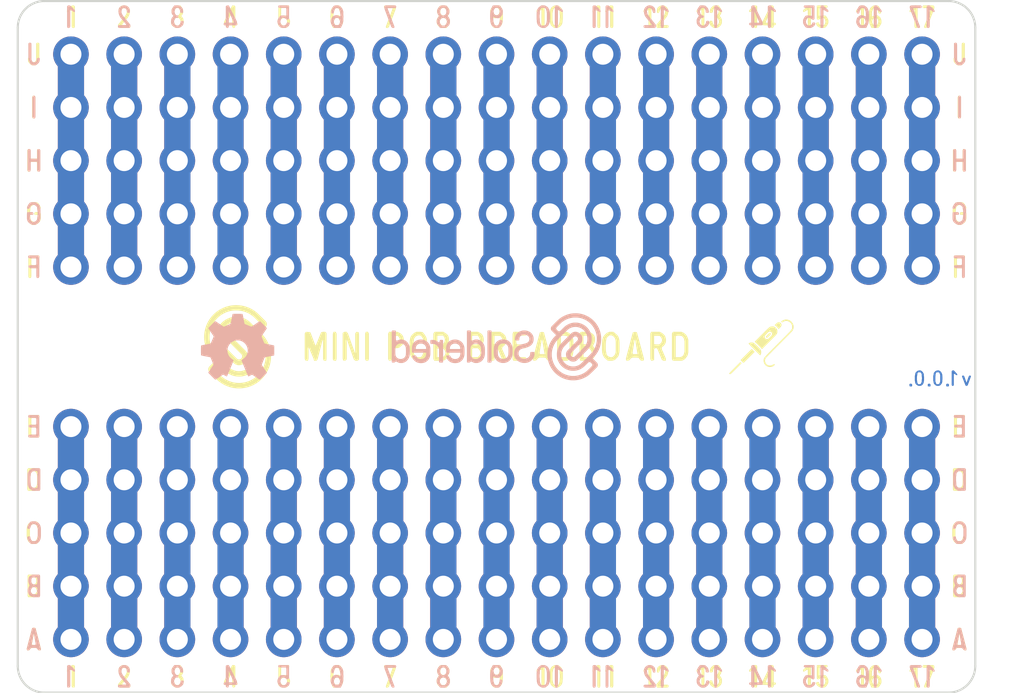
<source format=kicad_pcb>
(kicad_pcb (version 20210126) (generator pcbnew)
  (layers (0 "F.Cu" signal) (31 "B.Cu" signal) (34 "B.Paste" user) (35 "F.Paste" user) (36 "B.SilkS" user "B.Silkscreen") (37 "F.SilkS" user "F.Silkscreen") (38 "B.Mask" user) (39 "F.Mask" user) (44 "Edge.Cuts" user))
  (net 0 "")
  (net 1 "Net-(K1-Pad1)")
  (net 2 "Net-(K2-Pad1)")
  (net 3 "Net-(K3-Pad1)")
  (net 4 "Net-(K4-Pad1)")
  (net 5 "Net-(K5-Pad1)")
  (net 6 "Net-(K6-Pad1)")
  (net 7 "Net-(K7-Pad1)")
  (net 8 "Net-(K8-Pad1)")
  (net 9 "Net-(K9-Pad1)")
  (net 10 "Net-(K10-Pad1)")
  (net 11 "Net-(K11-Pad1)")
  (net 12 "Net-(K12-Pad1)")
  (net 13 "Net-(K13-Pad1)")
  (net 14 "Net-(K14-Pad1)")
  (net 15 "Net-(K15-Pad1)")
  (net 16 "Net-(K16-Pad1)")
  (net 17 "Net-(K17-Pad1)")
  (net 18 "Net-(K18-Pad1)")
  (net 19 "Net-(K19-Pad1)")
  (net 20 "Net-(K20-Pad1)")
  (net 21 "Net-(K21-Pad1)")
  (net 22 "Net-(K22-Pad1)")
  (net 23 "Net-(K23-Pad1)")
  (net 24 "Net-(K24-Pad1)")
  (net 25 "Net-(K25-Pad1)")
  (net 26 "Net-(K26-Pad1)")
  (net 27 "Net-(K27-Pad1)")
  (net 28 "Net-(K28-Pad1)")
  (net 29 "Net-(K29-Pad1)")
  (net 30 "Net-(K30-Pad1)")
  (net 31 "Net-(K31-Pad1)")
  (net 32 "Net-(K32-Pad1)")
  (net 33 "Net-(K33-Pad1)")
  (net 34 "Net-(K34-Pad1)")
  (footprint "buzzardLabel" (layer "F.Cu") (at 80.762 114.92)
    (fp_text reference "")
    (fp_text value "")
  )
  (footprint "buzzardLabel" (layer "F.Cu") (at 97.78 119.238)
    (fp_text reference "")
    (fp_text value "")
  )
  (footprint "e-radionica.com footprinti:HEADER_MALE_5X1" (layer "F.Cu") (at 113.02 112.38 90)
    (fp_text reference "K13")
    (fp_text value "HEADER_MALE_5X1")
  )
  (footprint "buzzardLabel" (layer "F.Cu") (at 87.62 87.742)
    (fp_text reference "")
    (fp_text value "")
  )
  (footprint "e-radionica.com footprinti:HOLE_3.2mm" (layer "F.Cu") (at 84.36 103.5)
    (fp_text reference "H1" hide)
    (fp_text value "HOLE_3.2mm" hide)
  )
  (footprint "buzzardLabel" (layer "F.Cu") (at 115.56 119.238)
    (fp_text reference "")
    (fp_text value "")
  )
  (footprint "buzzardLabel" (layer "F.Cu") (at 80.762 94.6)
    (fp_text reference "")
    (fp_text value "")
  )
  (footprint "buzzardLabel" (layer "F.Cu") (at 115.56 87.742)
    (fp_text reference "")
    (fp_text value "")
  )
  (footprint "e-radionica.com footprinti:HEADER_MALE_5X1" (layer "F.Cu") (at 82.54 94.6 90)
    (fp_text reference "K18")
    (fp_text value "HEADER_MALE_5X1")
  )
  (footprint "buzzardLabel" (layer "F.Cu") (at 113.02 87.742)
    (fp_text reference "")
    (fp_text value "")
  )
  (footprint "buzzardLabel" (layer "F.Cu") (at 80.762 109.84)
    (fp_text reference "")
    (fp_text value "")
  )
  (footprint "e-radionica.com footprinti:HOLE_3.2mm" (layer "F.Cu") (at 121.36 103.5)
    (fp_text reference "H2" hide)
    (fp_text value "HOLE_3.2mm" hide)
  )
  (footprint "buzzardLabel" (layer "F.Cu") (at 95.24 87.742)
    (fp_text reference "")
    (fp_text value "")
  )
  (footprint "e-radionica.com footprinti:HEADER_MALE_5X1" (layer "F.Cu") (at 87.62 112.38 90)
    (fp_text reference "K3")
    (fp_text value "HEADER_MALE_5X1")
  )
  (footprint "e-radionica.com footprinti:HEADER_MALE_5X1" (layer "F.Cu") (at 95.24 112.38 90)
    (fp_text reference "K6")
    (fp_text value "HEADER_MALE_5X1")
  )
  (footprint "buzzardLabel" (layer "F.Cu") (at 120.64 119.238)
    (fp_text reference "")
    (fp_text value "")
  )
  (footprint "buzzardLabel" (layer "F.Cu") (at 102.86 103.49)
    (fp_text reference "")
    (fp_text value "")
  )
  (footprint "e-radionica.com footprinti:HEADER_MALE_5X1" (layer "F.Cu") (at 107.94 94.6 90)
    (fp_text reference "K28")
    (fp_text value "HEADER_MALE_5X1")
  )
  (footprint "buzzardLabel" (layer "F.Cu") (at 102.86 119.238)
    (fp_text reference "")
    (fp_text value "")
  )
  (footprint "buzzardLabel" (layer "F.Cu") (at 113.02 119.238)
    (fp_text reference "")
    (fp_text value "")
  )
  (footprint "buzzardLabel" (layer "F.Cu") (at 85.08 119.238)
    (fp_text reference "")
    (fp_text value "")
  )
  (footprint "buzzardLabel" (layer "F.Cu") (at 124.958 107.3)
    (fp_text reference "")
    (fp_text value "")
  )
  (footprint "buzzardLabel" (layer "F.Cu") (at 100.32 87.742)
    (fp_text reference "")
    (fp_text value "")
  )
  (footprint "e-radionica.com footprinti:HEADER_MALE_5X1" (layer "F.Cu") (at 113.02 94.6 90)
    (fp_text reference "K30")
    (fp_text value "HEADER_MALE_5X1")
  )
  (footprint "buzzardLabel" (layer "F.Cu") (at 124.958 114.92)
    (fp_text reference "")
    (fp_text value "")
  )
  (footprint "buzzardLabel" (layer "F.Cu") (at 124.958 92.06)
    (fp_text reference "")
    (fp_text value "")
  )
  (footprint "e-radionica.com footprinti:HEADER_MALE_5X1" (layer "F.Cu") (at 120.64 94.6 90)
    (fp_text reference "K33")
    (fp_text value "HEADER_MALE_5X1")
  )
  (footprint "e-radionica.com footprinti:HEADER_MALE_5X1" (layer "F.Cu") (at 102.86 94.6 90)
    (fp_text reference "K26")
    (fp_text value "HEADER_MALE_5X1")
  )
  (footprint "buzzardLabel" (layer "F.Cu") (at 97.78 87.742)
    (fp_text reference "")
    (fp_text value "")
  )
  (footprint "buzzardLabel" (layer "F.Cu") (at 102.86 87.742)
    (fp_text reference "")
    (fp_text value "")
  )
  (footprint "buzzardLabel" (layer "F.Cu") (at 110.48 119.238)
    (fp_text reference "")
    (fp_text value "")
  )
  (footprint "buzzardLabel" (layer "F.Cu") (at 95.24 119.238)
    (fp_text reference "")
    (fp_text value "")
  )
  (footprint "e-radionica.com footprinti:HEADER_MALE_5X1" (layer "F.Cu") (at 100.32 94.6 90)
    (fp_text reference "K25")
    (fp_text value "HEADER_MALE_5X1")
  )
  (footprint "e-radionica.com footprinti:HEADER_MALE_5X1" (layer "F.Cu") (at 123.18 94.6 90)
    (fp_text reference "K34")
    (fp_text value "HEADER_MALE_5X1")
  )
  (footprint "e-radionica.com footprinti:HEADER_MALE_5X1" (layer "F.Cu") (at 92.7 112.38 90)
    (fp_text reference "K5")
    (fp_text value "HEADER_MALE_5X1")
  )
  (footprint "Soldered Graphics:Logo-Back-SolderedFULL-10mm" (layer "F.Cu") (at 102.86 103.49)
    (fp_text reference "G***" hide)
    (fp_text value "LOGO" hide)
  )
  (footprint "buzzardLabel" (layer "F.Cu") (at 90.16 87.742)
    (fp_text reference "")
    (fp_text value "")
  )
  (footprint "buzzardLabel" (layer "F.Cu") (at 92.7 119.238)
    (fp_text reference "")
    (fp_text value "")
  )
  (footprint "e-radionica.com footprinti:HEADER_MALE_5X1" (layer "F.Cu") (at 85.08 94.6 90)
    (fp_text reference "K19")
    (fp_text value "HEADER_MALE_5X1")
  )
  (footprint "buzzardLabel" (layer "F.Cu") (at 118.1 87.742)
    (fp_text reference "")
    (fp_text value "")
  )
  (footprint "buzzardLabel" (layer "F.Cu") (at 80.762 107.3)
    (fp_text reference "")
    (fp_text value "")
  )
  (footprint "Soldered Graphics:Symbol-Front-Soldering" (layer "F.Cu") (at 115.5 103.49)
    (fp_text reference "G***" hide)
    (fp_text value "LOGO" hide)
  )
  (footprint "e-radionica.com footprinti:HEADER_MALE_5X1" (layer "F.Cu") (at 90.16 112.38 90)
    (fp_text reference "K4")
    (fp_text value "HEADER_MALE_5X1")
  )
  (footprint "e-radionica.com footprinti:HEADER_MALE_5X1" (layer "F.Cu") (at 110.48 94.6 90)
    (fp_text reference "K29")
    (fp_text value "HEADER_MALE_5X1")
  )
  (footprint "buzzardLabel" (layer "F.Cu") (at 124.958 89.52)
    (fp_text reference "")
    (fp_text value "")
  )
  (footprint "e-radionica.com footprinti:HEADER_MALE_5X1" (layer "F.Cu") (at 105.4 112.38 90)
    (fp_text reference "K10")
    (fp_text value "HEADER_MALE_5X1")
  )
  (footprint "buzzardLabel" (layer "F.Cu") (at 80.762 89.52)
    (fp_text reference "")
    (fp_text value "")
  )
  (footprint "buzzardLabel" (layer "F.Cu") (at 124.958 112.38)
    (fp_text reference "")
    (fp_text value "")
  )
  (footprint "e-radionica.com footprinti:HEADER_MALE_5X1" (layer "F.Cu") (at 105.4 94.6 90)
    (fp_text reference "K27")
    (fp_text value "HEADER_MALE_5X1")
  )
  (footprint "e-radionica.com footprinti:HEADER_MALE_5X1" (layer "F.Cu") (at 115.56 94.6 90)
    (fp_text reference "K31")
    (fp_text value "HEADER_MALE_5X1")
  )
  (footprint "buzzardLabel" (layer "F.Cu") (at 90.16 119.238)
    (fp_text reference "")
    (fp_text value "")
  )
  (footprint "buzzardLabel" (layer "F.Cu") (at 82.54 119.238)
    (fp_text reference "")
    (fp_text value "")
  )
  (footprint "buzzardLabel" (layer "F.Cu") (at 107.94 87.742)
    (fp_text reference "")
    (fp_text value "")
  )
  (footprint "Soldered Graphics:Logo-Front-Soldered-4mm" (layer "F.Cu") (at 90.5 103.49)
    (fp_text reference "G***" hide)
    (fp_text value "LOGO" hide)
  )
  (footprint "e-radionica.com footprinti:HEADER_MALE_5X1" (layer "F.Cu") (at 120.64 112.38 90)
    (fp_text reference "K16")
    (fp_text value "HEADER_MALE_5X1")
  )
  (footprint "e-radionica.com footprinti:HEADER_MALE_5X1" (layer "F.Cu") (at 97.78 112.38 90)
    (fp_text reference "K7")
    (fp_text value "HEADER_MALE_5X1")
  )
  (footprint "e-radionica.com footprinti:HEADER_MALE_5X1" (layer "F.Cu") (at 95.24 94.6 90)
    (fp_text reference "K23")
    (fp_text value "HEADER_MALE_5X1")
  )
  (footprint "e-radionica.com footprinti:HEADER_MALE_5X1" (layer "F.Cu") (at 115.56 112.38 90)
    (fp_text reference "K14")
    (fp_text value "HEADER_MALE_5X1")
  )
  (footprint "e-radionica.com footprinti:HEADER_MALE_5X1" (layer "F.Cu") (at 123.18 112.38 90)
    (fp_text reference "K17")
    (fp_text value "HEADER_MALE_5X1")
  )
  (footprint "e-radionica.com footprinti:HEADER_MALE_5X1" (layer "F.Cu") (at 110.48 112.38 90)
    (fp_text reference "K12")
    (fp_text value "HEADER_MALE_5X1")
  )
  (footprint "buzzardLabel" (layer "F.Cu") (at 87.62 119.238)
    (fp_text reference "")
    (fp_text value "")
  )
  (footprint "buzzardLabel" (layer "F.Cu") (at 123.18 119.238)
    (fp_text reference "")
    (fp_text value "")
  )
  (footprint "e-radionica.com footprinti:HEADER_MALE_5X1" (layer "F.Cu") (at 97.78 94.6 90)
    (fp_text reference "K24")
    (fp_text value "HEADER_MALE_5X1")
  )
  (footprint "e-radionica.com footprinti:HEADER_MALE_5X1" (layer "F.Cu") (at 85.08 112.38 90)
    (fp_text reference "K2")
    (fp_text value "HEADER_MALE_5X1")
  )
  (footprint "Soldered Graphics:Logo-Back-OSH-3.5mm" (layer "F.Cu") (at 90.5 103.49)
    (fp_text reference "G***" hide)
    (fp_text value "LOGO" hide)
  )
  (footprint "buzzardLabel" (layer "F.Cu") (at 100.32 119.238)
    (fp_text reference "")
    (fp_text value "")
  )
  (footprint "buzzardLabel" (layer "F.Cu") (at 85.08 87.742)
    (fp_text reference "")
    (fp_text value "")
  )
  (footprint "buzzardLabel" (layer "F.Cu") (at 124.958 109.84)
    (fp_text reference "")
    (fp_text value "")
  )
  (footprint "e-radionica.com footprinti:HEADER_MALE_5X1" (layer "F.Cu") (at 107.94 112.38 90)
    (fp_text reference "K11")
    (fp_text value "HEADER_MALE_5X1")
  )
  (footprint "e-radionica.com footprinti:HEADER_MALE_5X1" (layer "F.Cu") (at 118.1 112.38 90)
    (fp_text reference "K15")
    (fp_text value "HEADER_MALE_5X1")
  )
  (footprint "e-radionica.com footprinti:HEADER_MALE_5X1" (layer "F.Cu") (at 118.1 94.6 90)
    (fp_text reference "K32")
    (fp_text value "HEADER_MALE_5X1")
  )
  (footprint "buzzardLabel" (layer "F.Cu") (at 80.762 99.68)
    (fp_text reference "")
    (fp_text value "")
  )
  (footprint "buzzardLabel" (layer "F.Cu") (at 82.54 87.742)
    (fp_text reference "")
    (fp_text value "")
  )
  (footprint "buzzardLabel" (layer "F.Cu") (at 92.7 87.742)
    (fp_text reference "")
    (fp_text value "")
  )
  (footprint "buzzardLabel" (layer "F.Cu") (at 124.958 117.46)
    (fp_text reference "")
    (fp_text value "")
  )
  (footprint "buzzardLabel" (layer "F.Cu") (at 124.958 94.6)
    (fp_text reference "")
    (fp_text value "")
  )
  (footprint "buzzardLabel" (layer "F.Cu") (at 105.4 87.742)
    (fp_text reference "")
    (fp_text value "")
  )
  (footprint "buzzardLabel" (layer "F.Cu") (at 80.762 117.46)
    (fp_text reference "")
    (fp_text value "")
  )
  (footprint "buzzardLabel" (layer "F.Cu") (at 124.958 97.14)
    (fp_text reference "")
    (fp_text value "")
  )
  (footprint "e-radionica.com footprinti:HEADER_MALE_5X1" (layer "F.Cu") (at 82.54 112.38 90)
    (fp_text reference "K1")
    (fp_text value "HEADER_MALE_5X1")
  )
  (footprint "e-radionica.com footprinti:HEADER_MALE_5X1" (layer "F.Cu") (at 90.16 94.6 90)
    (fp_text reference "K21")
    (fp_text value "HEADER_MALE_5X1")
  )
  (footprint "buzzardLabel" (layer "F.Cu") (at 107.94 119.238)
    (fp_text reference "")
    (fp_text value "")
  )
  (footprint "e-radionica.com footprinti:HEADER_MALE_5X1" (layer "F.Cu") (at 92.7 94.6 90)
    (fp_text reference "K22")
    (fp_text value "HEADER_MALE_5X1")
  )
  (footprint "buzzardLabel" (layer "F.Cu") (at 124.958 99.68)
    (fp_text reference "")
    (fp_text value "")
  )
  (footprint "buzzardLabel" (layer "F.Cu") (at 118.1 119.238)
    (fp_text reference "")
    (fp_text value "")
  )
  (footprint "buzzardLabel" (layer "F.Cu") (at 80.762 97.14)
    (fp_text reference "")
    (fp_text value "")
  )
  (footprint "e-radionica.com footprinti:HEADER_MALE_5X1" (layer "F.Cu") (at 87.62 94.6 90)
    (fp_text reference "K20")
    (fp_text value "HEADER_MALE_5X1")
  )
  (footprint "e-radionica.com footprinti:HEADER_MALE_5X1" (layer "F.Cu") (at 102.86 112.38 90)
    (fp_text reference "K9")
    (fp_text value "HEADER_MALE_5X1")
  )
  (footprint "buzzardLabel" (layer "F.Cu") (at 105.4 119.238)
    (fp_text reference "")
    (fp_text value "")
  )
  (footprint "buzzardLabel" (layer "F.Cu") (at 120.64 87.742)
    (fp_text reference "")
    (fp_text value "")
  )
  (footprint "buzzardLabel" (layer "F.Cu") (at 80.762 92.06)
    (fp_text reference "")
    (fp_text value "")
  )
  (footprint "buzzardLabel" (layer "F.Cu") (at 123.18 87.742)
    (fp_text reference "")
    (fp_text value "")
  )
  (footprint "e-radionica.com footprinti:HEADER_MALE_5X1" (layer "F.Cu") (at 100.32 112.38 90)
    (fp_text reference "K8")
    (fp_text value "HEADER_MALE_5X1")
  )
  (footprint "buzzardLabel" (layer "F.Cu") (at 80.762 112.38)
    (fp_text reference "")
    (fp_text value "")
  )
  (footprint "buzzardLabel" (layer "F.Cu") (at 110.48 87.742)
    (fp_text reference "")
    (fp_text value "")
  )
  (footprint "buzzardLabel" (layer "B.Cu") (at 115.56 119.238 180)
    (fp_text reference "")
    (fp_text value "")
  )
  (footprint "buzzardLabel" (layer "B.Cu") (at 87.62 119.238 180)
    (fp_text reference "")
    (fp_text value "")
  )
  (footprint "buzzardLabel" (layer "B.Cu") (at 95.24 119.238 180)
    (fp_text reference "")
    (fp_text value "")
  )
  (footprint "buzzardLabel" (layer "B.Cu") (at 113.02 87.742 180)
    (fp_text reference "")
    (fp_text value "")
  )
  (footprint "buzzardLabel" (layer "B.Cu") (at 107.94 119.238 180)
    (fp_text reference "")
    (fp_text value "")
  )
  (footprint "buzzardLabel" (layer "B.Cu") (at 105.4 119.238 180)
    (fp_text reference "")
    (fp_text value "")
  )
  (footprint "buzzardLabel" (layer "B.Cu") (at 124.968 89.52 180)
    (fp_text reference "")
    (fp_text value "")
  )
  (footprint "buzzardLabel" (layer "B.Cu") (at 107.94 87.742 180)
    (fp_text reference "")
    (fp_text value "")
  )
  (footprint "buzzardLabel" (layer "B.Cu") (at 80.772 109.84 180)
    (fp_text reference "")
    (fp_text value "")
  )
  (footprint "buzzardLabel" (layer "B.Cu") (at 115.56 87.742 180)
    (fp_text reference "")
    (fp_text value "")
  )
  (footprint "buzzardLabel" (layer "B.Cu") (at 82.54 119.238 180)
    (fp_text reference "")
    (fp_text value "")
  )
  (footprint "buzzardLabel" (layer "B.Cu") (at 82.54 87.742 180)
    (fp_text reference "")
    (fp_text value "")
  )
  (footprint "buzzardLabel" (layer "B.Cu") (at 124.968 109.84 180)
    (fp_text reference "")
    (fp_text value "")
  )
  (footprint "buzzardLabel" (layer "B.Cu") (at 110.48 87.742 180)
    (fp_text reference "")
    (fp_text value "")
  )
  (footprint "buzzardLabel" (layer "B.Cu") (at 80.772 94.6 180)
    (fp_text reference "")
    (fp_text value "")
  )
  (footprint "buzzardLabel" (layer "B.Cu") (at 80.772 97.14 180)
    (fp_text reference "")
    (fp_text value "")
  )
  (footprint "buzzardLabel" (layer "B.Cu") (at 80.772 89.52 180)
    (fp_text reference "")
    (fp_text value "")
  )
  (footprint "buzzardLabel" (layer "B.Cu") (at 80.772 112.38 180)
    (fp_text reference "")
    (fp_text value "")
  )
  (footprint "buzzardLabel" (layer "B.Cu") (at 102.86 87.742 180)
    (fp_text reference "")
    (fp_text value "")
  )
  (footprint "buzzardLabel" (layer "B.Cu") (at 80.772 107.3 180)
    (fp_text reference "")
    (fp_text value "")
  )
  (footprint "buzzardLabel" (layer "B.Cu") (at 100.32 87.742 180)
    (fp_text reference "")
    (fp_text value "")
  )
  (footprint "buzzardLabel" (layer "B.Cu") (at 85.08 119.238 180)
    (fp_text reference "")
    (fp_text value "")
  )
  (footprint "buzzardLabel" (layer "B.Cu") (at 120.64 87.742 180)
    (fp_text reference "")
    (fp_text value "")
  )
  (footprint "buzzardLabel" (layer "B.Cu") (at 123.18 119.238 180)
    (fp_text reference "")
    (fp_text value "")
  )
  (footprint "buzzardLabel" (layer "B.Cu") (at 110.48 119.238 180)
    (fp_text reference "")
    (fp_text value "")
  )
  (footprint "Soldered Graphics:Version1.0.0." (layer "B.Cu") (at 124 105 180)
    (fp_text reference "")
    (fp_text value "")
  )
  (footprint "buzzardLabel" (layer "B.Cu") (at 80.772 92.06 180)
    (fp_text reference "")
    (fp_text value "")
  )
  (footprint "buzzardLabel" (layer "B.Cu") (at 118.1 87.742 180)
    (fp_text reference "")
    (fp_text value "")
  )
  (footprint "buzzardLabel" (layer "B.Cu") (at 123.18 87.742 180)
    (fp_text reference "")
    (fp_text value "")
  )
  (footprint "buzzardLabel" (layer "B.Cu") (at 102.86 119.238 180)
    (fp_text reference "")
    (fp_text value "")
  )
  (footprint "buzzardLabel" (layer "B.Cu") (at 105.4 87.742 180)
    (fp_text reference "")
    (fp_text value "")
  )
  (footprint "buzzardLabel" (layer "B.Cu") (at 124.968 92.06 180)
    (fp_text reference "")
    (fp_text value "")
  )
  (footprint "buzzardLabel" (layer "B.Cu") (at 80.772 99.68 180)
    (fp_text reference "")
    (fp_text value "")
  )
  (footprint "buzzardLabel" (layer "B.Cu") (at 118.1 119.238 180)
    (fp_text reference "")
    (fp_text value "")
  )
  (footprint "buzzardLabel" (layer "B.Cu") (at 97.78 119.238 180)
    (fp_text reference "")
    (fp_text value "")
  )
  (footprint "buzzardLabel" (layer "B.Cu") (at 124.968 94.6 180)
    (fp_text reference "")
    (fp_text value "")
  )
  (footprint "buzzardLabel" (layer "B.Cu") (at 124.968 112.38 180)
    (fp_text reference "")
    (fp_text value "")
  )
  (footprint "buzzardLabel" (layer "B.Cu") (at 92.7 87.742 180)
    (fp_text reference "")
    (fp_text value "")
  )
  (footprint "buzzardLabel" (layer "B.Cu") (at 95.24 87.742 180)
    (fp_text reference "")
    (fp_text value "")
  )
  (footprint "buzzardLabel" (layer "B.Cu") (at 97.78 87.742 180)
    (fp_text reference "")
    (fp_text value "")
  )
  (footprint "buzzardLabel" (layer "B.Cu") (at 90.16 119.238 180)
    (fp_text reference "")
    (fp_text value "")
  )
  (footprint "buzzardLabel" (layer "B.Cu") (at 100.32 119.238 180)
    (fp_text reference "")
    (fp_text value "")
  )
  (footprint "buzzardLabel" (layer "B.Cu") (at 120.64 119.238 180)
    (fp_text reference "")
    (fp_text value "")
  )
  (footprint "buzzardLabel" (layer "B.Cu") (at 124.968 99.68 180)
    (fp_text reference "")
    (fp_text value "")
  )
  (footprint "buzzardLabel" (layer "B.Cu") (at 92.7 119.238 180)
    (fp_text reference "")
    (fp_text value "")
  )
  (footprint "buzzardLabel" (layer "B.Cu") (at 124.968 107.3 180)
    (fp_text reference "")
    (fp_text value "")
  )
  (footprint "buzzardLabel" (layer "B.Cu") (at 124.968 114.92 180)
    (fp_text reference "")
    (fp_text value "")
  )
  (footprint "buzzardLabel" (layer "B.Cu") (at 124.968 117.46 180)
    (fp_text reference "")
    (fp_text value "")
  )
  (footprint "buzzardLabel" (layer "B.Cu") (at 113.02 119.238 180)
    (fp_text reference "")
    (fp_text value "")
  )
  (footprint "buzzardLabel" (layer "B.Cu") (at 80.772 114.92 180)
    (fp_text reference "")
    (fp_text value "")
  )
  (footprint "buzzardLabel" (layer "B.Cu") (at 80.772 117.46 180)
    (fp_text reference "")
    (fp_text value "")
  )
  (footprint "buzzardLabel" (layer "B.Cu") (at 87.62 87.742 180)
    (fp_text reference "")
    (fp_text value "")
  )
  (footprint "buzzardLabel" (layer "B.Cu") (at 124.968 97.14 180)
    (fp_text reference "")
    (fp_text value "")
  )
  (footprint "buzzardLabel" (layer "B.Cu") (at 90.16 87.742 180)
    (fp_text reference "")
    (fp_text value "")
  )
  (footprint "buzzardLabel" (layer "B.Cu") (at 85.08 87.742 180)
    (fp_text reference "")
    (fp_text value "")
  )
  (gr_line (start 124.45 86.98) (end 81.27 86.98) (layer "Edge.Cuts") (width 0.1))
  (gr_arc (start 124.45 88.25) (end 125.72 88.25) (angle -90) (layer "Edge.Cuts") (width 0.1))
  (gr_arc (start 124.45 118.73) (end 124.45 120) (angle -90) (layer "Edge.Cuts") (width 0.1))
  (gr_line (start 125.72 118.73) (end 125.72 88.25) (layer "Edge.Cuts") (width 0.1))
  (gr_arc (start 81.27 88.25) (end 81.27 86.98) (angle -90) (layer "Edge.Cuts") (width 0.1))
  (gr_line (start 124.45 120) (end 81.27 120) (layer "Edge.Cuts") (width 0.1))
  (gr_arc (start 81.27 118.73) (end 80 118.73) (angle -90) (layer "Edge.Cuts") (width 0.1))
  (gr_line (start 80 118.73) (end 80 88.25) (layer "Edge.Cuts") (width 0.1))
  (segment (start 82.54 107.3) (end 82.54 109.84) (width 1.25) (layer "F.Cu") (net 1))
  (segment (start 82.54 117.46) (end 82.54 109.84) (width 1.25) (layer "F.Cu") (net 1))
  (segment (start 82.54 117.46) (end 82.54 107.3) (width 1.25) (layer "B.Cu") (net 1))
  (segment (start 85.08 107.3) (end 85.08 117.46) (width 1.25) (layer "F.Cu") (net 2))
  (segment (start 85.08 107.3) (end 85.08 117.46) (width 1.25) (layer "B.Cu") (net 2))
  (segment (start 87.62 107.3) (end 87.62 117.46) (width 1.25) (layer "F.Cu") (net 3))
  (segment (start 87.62 107.3) (end 87.62 117.46) (width 1.25) (layer "B.Cu") (net 3))
  (segment (start 90.16 107.3) (end 90.16 117.46) (width 1.25) (layer "F.Cu") (net 4))
  (segment (start 90.16 107.3) (end 90.16 117.46) (width 1.25) (layer "B.Cu") (net 4))
  (segment (start 92.7 107.3) (end 92.7 117.46) (width 1.25) (layer "F.Cu") (net 5))
  (segment (start 92.7 107.3) (end 92.7 117.46) (width 1.25) (layer "B.Cu") (net 5))
  (segment (start 95.24 107.3) (end 95.24 117.46) (width 1.25) (layer "F.Cu") (net 6))
  (segment (start 95.24 107.3) (end 95.24 117.46) (width 1.25) (layer "B.Cu") (net 6))
  (segment (start 97.78 107.3) (end 97.78 117.46) (width 1.25) (layer "F.Cu") (net 7))
  (segment (start 97.78 107.3) (end 97.78 117.46) (width 1.25) (layer "B.Cu") (net 7))
  (segment (start 100.32 117.46) (end 100.32 107.3) (width 1.25) (layer "F.Cu") (net 8))
  (segment (start 100.32 107.3) (end 100.32 117.46) (width 1.25) (layer "B.Cu") (net 8))
  (segment (start 102.86 107.3) (end 102.86 117.46) (width 1.25) (layer "F.Cu") (net 9))
  (segment (start 102.86 107.3) (end 102.86 117.46) (width 1.25) (layer "B.Cu") (net 9))
  (segment (start 105.4 117.46) (end 105.4 107.3) (width 1.25) (layer "F.Cu") (net 10))
  (segment (start 105.4 107.3) (end 105.4 117.46) (width 1.25) (layer "B.Cu") (net 10))
  (segment (start 107.94 107.3) (end 107.94 117.46) (width 1.25) (layer "F.Cu") (net 11))
  (segment (start 107.94 107.3) (end 107.94 117.46) (width 1.25) (layer "B.Cu") (net 11))
  (segment (start 110.48 117.46) (end 110.48 107.3) (width 1.25) (layer "F.Cu") (net 12))
  (segment (start 110.48 107.3) (end 110.48 117.46) (width 1.25) (layer "B.Cu") (net 12))
  (segment (start 113.02 107.3) (end 113.02 117.46) (width 1.25) (layer "F.Cu") (net 13))
  (segment (start 113.02 107.3) (end 113.02 117.46) (width 1.25) (layer "B.Cu") (net 13))
  (segment (start 115.56 117.46) (end 115.56 107.3) (width 1.25) (layer "F.Cu") (net 14))
  (segment (start 115.56 107.3) (end 115.56 117.46) (width 1.25) (layer "B.Cu") (net 14))
  (segment (start 118.1 107.3) (end 118.1 117.46) (width 1.25) (layer "F.Cu") (net 15))
  (segment (start 118.1 107.3) (end 118.1 117.46) (width 1.25) (layer "B.Cu") (net 15))
  (segment (start 120.64 117.46) (end 120.64 107.3) (width 1.25) (layer "F.Cu") (net 16))
  (segment (start 120.64 107.3) (end 120.64 117.46) (width 1.25) (layer "B.Cu") (net 16))
  (segment (start 123.18 107.3) (end 123.18 117.46) (width 1.25) (layer "F.Cu") (net 17))
  (segment (start 123.18 107.3) (end 123.18 117.46) (width 1.25) (layer "B.Cu") (net 17))
  (segment (start 82.54 89.52) (end 82.54 99.68) (width 1.25) (layer "F.Cu") (net 18))
  (segment (start 82.54 99.68) (end 82.54 89.52) (width 1.25) (layer "B.Cu") (net 18))
  (segment (start 85.08 99.68) (end 85.08 89.52) (width 1.25) (layer "F.Cu") (net 19))
  (segment (start 85.08 89.52) (end 85.08 99.68) (width 1.25) (layer "B.Cu") (net 19))
  (segment (start 87.62 89.52) (end 87.62 99.68) (width 1.25) (layer "F.Cu") (net 20))
  (segment (start 87.62 89.52) (end 87.62 99.68) (width 1.25) (layer "B.Cu") (net 20))
  (segment (start 90.16 99.68) (end 90.16 89.52) (width 1.25) (layer "F.Cu") (net 21))
  (segment (start 90.16 89.52) (end 90.16 99.68) (width 1.25) (layer "B.Cu") (net 21))
  (segment (start 92.7 99.68) (end 92.7 89.52) (width 1.25) (layer "F.Cu") (net 22))
  (segment (start 92.7 89.52) (end 92.7 99.68) (width 1.25) (layer "B.Cu") (net 22))
  (segment (start 95.24 89.52) (end 95.24 99.68) (width 1.25) (layer "F.Cu") (net 23))
  (segment (start 95.24 89.52) (end 95.24 99.68) (width 1.25) (layer "B.Cu") (net 23))
  (segment (start 97.78 99.68) (end 97.78 89.52) (width 1.25) (layer "F.Cu") (net 24))
  (segment (start 97.78 89.52) (end 97.78 99.68) (width 1.25) (layer "B.Cu") (net 24))
  (segment (start 100.32 89.52) (end 100.32 99.68) (width 1.25) (layer "F.Cu") (net 25))
  (segment (start 100.32 89.52) (end 100.32 99.68) (width 1.25) (layer "B.Cu") (net 25))
  (segment (start 102.86 99.68) (end 102.86 89.52) (width 1.25) (layer "F.Cu") (net 26))
  (segment (start 102.86 89.52) (end 102.86 99.68) (width 1.25) (layer "B.Cu") (net 26))
  (segment (start 105.4 89.52) (end 105.4 99.68) (width 1.25) (layer "F.Cu") (net 27))
  (segment (start 105.4 89.52) (end 105.4 99.68) (width 1.25) (layer "B.Cu") (net 27))
  (segment (start 107.94 99.68) (end 107.94 89.52) (width 1.25) (layer "F.Cu") (net 28))
  (segment (start 107.94 89.52) (end 107.94 99.68) (width 1.25) (layer "B.Cu") (net 28))
  (segment (start 110.48 89.52) (end 110.48 99.68) (width 1.25) (layer "F.Cu") (net 29))
  (segment (start 110.48 89.52) (end 110.48 99.68) (width 1.25) (layer "B.Cu") (net 29))
  (segment (start 113.02 99.68) (end 113.02 89.52) (width 1.25) (layer "F.Cu") (net 30))
  (segment (start 113.02 89.52) (end 113.02 99.68) (width 1.25) (layer "B.Cu") (net 30))
  (segment (start 115.56 89.52) (end 115.56 99.68) (width 1.25) (layer "F.Cu") (net 31))
  (segment (start 115.56 89.52) (end 115.56 99.68) (width 1.25) (layer "B.Cu") (net 31))
  (segment (start 118.1 99.68) (end 118.1 89.52) (width 1.25) (layer "F.Cu") (net 32))
  (segment (start 118.1 99.68) (end 118.1 89.52) (width 1.25) (layer "B.Cu") (net 32))
  (segment (start 120.64 89.52) (end 120.64 99.68) (width 1.25) (layer "F.Cu") (net 33))
  (segment (start 120.64 99.68) (end 120.64 89.52) (width 1.25) (layer "B.Cu") (net 33))
  (segment (start 123.18 99.68) (end 123.18 89.52) (width 1.25) (layer "F.Cu") (net 34))
  (segment (start 123.18 89.52) (end 123.18 99.68) (width 1.25) (layer "B.Cu") (net 34))
)
</source>
